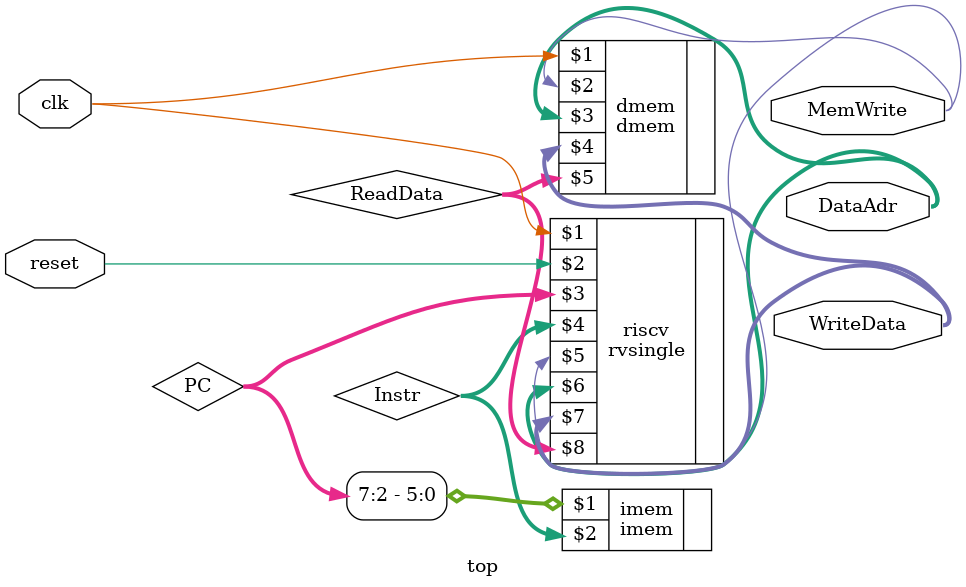
<source format=sv>
module top ( input logic clk, reset,
output logic [31:0] WriteData,
                    DataAdr,
output logic MemWrite);

logic [31:0] PC,Instr,ReadData;

rvsingle riscv (clk,reset,PC,Instr,MemWrite,DataAdr,
					 WriteData,ReadData);
imem imem (PC[7:2],Instr);
dmem dmem (clk,MemWrite,DataAdr,WriteData,ReadData);

endmodule


</source>
